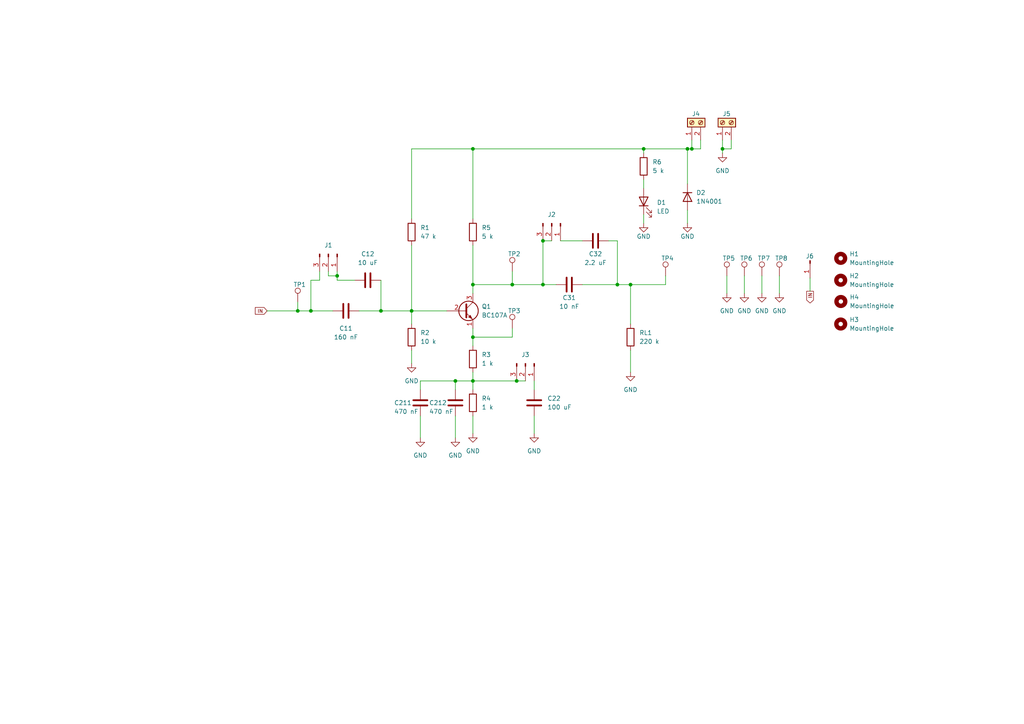
<source format=kicad_sch>
(kicad_sch (version 20230121) (generator eeschema)
  (paper "A4")
  (lib_symbols
    (symbol "Connector:Conn_01x01_Male" (pin_names (offset 1.016) hide)
      (property "Reference" "J" (at 0 2.54 0))
      (property "Value" "Conn_01x01_Male" (at 0 -2.54 0))
      (symbol "Conn_01x01_Male_1_1"
        (polyline (pts (xy 1.27 0) (xy 0.8636 0)) (stroke (width 0.1524)))
        (rectangle (start 0.8636 0.127) (end 0 -0.127) (stroke (width 0.1524)) (fill (type outline)))
        (pin passive line (at 5.08 0 180) (length 3.81) (name "Pin_1") (number "1"))
      )
    )
    (symbol "Connector:Conn_01x03_Male" (pin_names (offset 1.016) hide)
      (property "Reference" "J" (at 0 5.08 0))
      (property "Value" "Conn_01x03_Male" (at 0 -5.08 0))
      (symbol "Conn_01x03_Male_1_1"
        (polyline (pts (xy 1.27 -2.54) (xy 0.8636 -2.54)) (stroke (width 0.1524)))
        (polyline (pts (xy 1.27 0) (xy 0.8636 0)) (stroke (width 0.1524)))
        (polyline (pts (xy 1.27 2.54) (xy 0.8636 2.54)) (stroke (width 0.1524)))
        (rectangle (start 0.8636 -2.413) (end 0 -2.667) (stroke (width 0.1524)) (fill (type outline)))
        (rectangle (start 0.8636 0.127) (end 0 -0.127) (stroke (width 0.1524)) (fill (type outline)))
        (rectangle (start 0.8636 2.667) (end 0 2.413) (stroke (width 0.1524)) (fill (type outline)))
        (pin passive line (at 5.08 2.54 180) (length 3.81) (name "Pin_1") (number "1"))
        (pin passive line (at 5.08 0 180) (length 3.81) (name "Pin_2") (number "2"))
        (pin passive line (at 5.08 -2.54 180) (length 3.81) (name "Pin_3") (number "3"))
      )
    )
    (symbol "Connector:Screw_Terminal_01x02" (pin_names (offset 1.016) hide)
      (property "Reference" "J" (at 0 2.54 0))
      (property "Value" "Screw_Terminal_01x02" (at 0 -5.08 0))
      (symbol "Screw_Terminal_01x02_1_1"
        (rectangle (start -1.27 1.27) (end 1.27 -3.81) (stroke (width 0.254)) (fill (type background)))
        (circle (center 0 -2.54) (radius 0.635) (stroke (width 0.1524)))
        (polyline (pts (xy -0.5334 -2.2098) (xy 0.3302 -3.048)) (stroke (width 0.1524)))
        (polyline (pts (xy -0.5334 0.3302) (xy 0.3302 -0.508)) (stroke (width 0.1524)))
        (polyline (pts (xy -0.3556 -2.032) (xy 0.508 -2.8702)) (stroke (width 0.1524)))
        (polyline (pts (xy -0.3556 0.508) (xy 0.508 -0.3302)) (stroke (width 0.1524)))
        (circle (center 0 0) (radius 0.635) (stroke (width 0.1524)))
        (pin passive line (at -5.08 0 0) (length 3.81) (name "Pin_1") (number "1"))
        (pin passive line (at -5.08 -2.54 0) (length 3.81) (name "Pin_2") (number "2"))
      )
    )
    (symbol "Connector:TestPoint" (pin_numbers hide) (pin_names (offset 0.762) hide)
      (property "Reference" "TP" (at 0 6.858 0))
      (property "Value" "TestPoint" (at 0 5.08 0))
      (symbol "TestPoint_0_1"
        (circle (center 0 3.302) (radius 0.762))
      )
      (symbol "TestPoint_1_1"
        (pin passive line (at 0 0 90) (length 2.54) (name "1") (number "1"))
      )
    )
    (symbol "Device:C" (pin_numbers hide) (pin_names (offset 0.254))
      (property "Reference" "C" (at 0.635 2.54 0))
      (property "Value" "C" (at 0.635 -2.54 0))
      (symbol "C_0_1"
        (polyline (pts (xy -2.032 -0.762) (xy 2.032 -0.762)) (stroke (width 0.508)))
        (polyline (pts (xy -2.032 0.762) (xy 2.032 0.762)) (stroke (width 0.508)))
      )
      (symbol "C_1_1"
        (pin passive line (at 0 3.81 270) (length 2.794) (name "~") (number "1"))
        (pin passive line (at 0 -3.81 90) (length 2.794) (name "~") (number "2"))
      )
    )
    (symbol "Device:D" (pin_numbers hide) (pin_names (offset 1.016) hide)
      (property "Reference" "D" (at 0 2.54 0))
      (property "Value" "D" (at 0 -2.54 0))
      (symbol "D_0_1"
        (polyline (pts (xy -1.27 1.27) (xy -1.27 -1.27)) (stroke (width 0.254)))
        (polyline (pts (xy 1.27 0) (xy -1.27 0)))
        (polyline (pts (xy 1.27 1.27) (xy 1.27 -1.27) (xy -1.27 0) (xy 1.27 1.27)) (stroke (width 0.254)))
      )
      (symbol "D_1_1"
        (pin passive line (at -3.81 0 0) (length 2.54) (name "K") (number "1"))
        (pin passive line (at 3.81 0 180) (length 2.54) (name "A") (number "2"))
      )
    )
    (symbol "Device:LED" (pin_numbers hide) (pin_names (offset 1.016) hide)
      (property "Reference" "D" (at 0 2.54 0))
      (property "Value" "LED" (at 0 -2.54 0))
      (symbol "LED_0_1"
        (polyline (pts (xy -1.27 -1.27) (xy -1.27 1.27)) (stroke (width 0.254)))
        (polyline (pts (xy -1.27 0) (xy 1.27 0)))
        (polyline (pts (xy 1.27 -1.27) (xy 1.27 1.27) (xy -1.27 0) (xy 1.27 -1.27)) (stroke (width 0.254)))
        (polyline (pts (xy -3.048 -0.762) (xy -4.572 -2.286) (xy -3.81 -2.286) (xy -4.572 -2.286) (xy -4.572 -1.524)))
        (polyline (pts (xy -1.778 -0.762) (xy -3.302 -2.286) (xy -2.54 -2.286) (xy -3.302 -2.286) (xy -3.302 -1.524)))
      )
      (symbol "LED_1_1"
        (pin passive line (at -3.81 0 0) (length 2.54) (name "K") (number "1"))
        (pin passive line (at 3.81 0 180) (length 2.54) (name "A") (number "2"))
      )
    )
    (symbol "Device:Q_NPN_EBC" (pin_names (offset 0) hide)
      (property "Reference" "Q" (at 5.08 1.27 0))
      (property "Value" "Q_NPN_EBC" (at 5.08 -1.27 0))
      (symbol "Q_NPN_EBC_0_1"
        (polyline (pts (xy 0.635 0.635) (xy 2.54 2.54)))
        (polyline (pts (xy 0.635 -0.635) (xy 2.54 -2.54) (xy 2.54 -2.54)))
        (polyline (pts (xy 0.635 1.905) (xy 0.635 -1.905) (xy 0.635 -1.905)) (stroke (width 0.508)))
        (polyline (pts (xy 1.27 -1.778) (xy 1.778 -1.27) (xy 2.286 -2.286) (xy 1.27 -1.778) (xy 1.27 -1.778)) (fill (type outline)))
        (circle (center 1.27 0) (radius 2.8194) (stroke (width 0.254)))
      )
      (symbol "Q_NPN_EBC_1_1"
        (pin passive line (at 2.54 -5.08 90) (length 2.54) (name "E") (number "1"))
        (pin passive line (at -5.08 0 0) (length 5.715) (name "B") (number "2"))
        (pin passive line (at 2.54 5.08 270) (length 2.54) (name "C") (number "3"))
      )
    )
    (symbol "Device:R" (pin_numbers hide) (pin_names (offset 0))
      (property "Reference" "R" (at 2.032 0 90))
      (property "Value" "R" (at 0 0 90))
      (symbol "R_0_1"
        (rectangle (start -1.016 -2.54) (end 1.016 2.54) (stroke (width 0.254)))
      )
      (symbol "R_1_1"
        (pin passive line (at 0 3.81 270) (length 1.27) (name "~") (number "1"))
        (pin passive line (at 0 -3.81 90) (length 1.27) (name "~") (number "2"))
      )
    )
    (symbol "Mechanical:MountingHole" (pin_names (offset 1.016))
      (property "Reference" "H" (at 0 5.08 0))
      (property "Value" "MountingHole" (at 0 3.175 0))
      (symbol "MountingHole_0_1"
        (circle (center 0 0) (radius 1.27) (stroke (width 1.27)))
      )
    )
    (symbol "power:GND" (power) (pin_names (offset 0))
      (property "Value" "GND" (at 0 -3.81 0))
      (symbol "GND_0_1"
        (polyline (pts (xy 0 0) (xy 0 -1.27) (xy 1.27 -1.27) (xy 0 -2.54) (xy -1.27 -1.27) (xy 0 -1.27)))
      )
      (symbol "GND_1_1"
        (pin power_in line (at 0 0 270) (length 0) hide (name "GND") (number "1"))
      )
    )
  )
  (junction (at 182.88 82.55))
  (junction (at 157.48 82.55))
  (junction (at 110.49 90.17))
  (junction (at 179.07 82.55))
  (junction (at 137.16 110.49))
  (junction (at 149.86 110.49))
  (junction (at 186.69 43.18))
  (junction (at 200.66 43.18))
  (junction (at 119.38 90.17))
  (junction (at 137.16 97.79))
  (junction (at 157.48 69.85))
  (junction (at 209.55 43.18))
  (junction (at 137.16 82.55))
  (junction (at 97.79 80.01))
  (junction (at 199.39 43.18))
  (junction (at 132.08 110.49))
  (junction (at 86.36 90.17))
  (junction (at 90.17 90.17))
  (junction (at 148.59 82.55))
  (junction (at 137.16 43.18))
  (wire (pts (xy 148.59 95.25) (xy 148.59 97.79)))
  (wire (pts (xy 119.38 101.6) (xy 119.38 105.41)))
  (wire (pts (xy 119.38 43.18) (xy 119.38 63.5)))
  (wire (pts (xy 162.56 69.85) (xy 168.91 69.85)))
  (wire (pts (xy 199.39 43.18) (xy 199.39 53.34)))
  (wire (pts (xy 90.17 90.17) (xy 96.52 90.17)))
  (wire (pts (xy 186.69 62.23) (xy 186.69 64.77)))
  (wire (pts (xy 186.69 43.18) (xy 186.69 44.45)))
  (wire (pts (xy 176.53 69.85) (xy 179.07 69.85)))
  (wire (pts (xy 215.9 80.01) (xy 215.9 85.09)))
  (wire (pts (xy 137.16 95.25) (xy 137.16 97.79)))
  (wire (pts (xy 157.48 82.55) (xy 161.29 82.55)))
  (wire (pts (xy 157.48 69.85) (xy 157.48 82.55)))
  (wire (pts (xy 104.14 90.17) (xy 110.49 90.17)))
  (wire (pts (xy 110.49 90.17) (xy 119.38 90.17)))
  (wire (pts (xy 90.17 81.28) (xy 90.17 90.17)))
  (wire (pts (xy 137.16 82.55) (xy 148.59 82.55)))
  (wire (pts (xy 200.66 43.18) (xy 200.66 40.64)))
  (wire (pts (xy 121.92 120.65) (xy 121.92 127)))
  (wire (pts (xy 97.79 78.74) (xy 97.79 80.01)))
  (wire (pts (xy 137.16 43.18) (xy 137.16 63.5)))
  (wire (pts (xy 86.36 87.63) (xy 86.36 90.17)))
  (wire (pts (xy 121.92 113.03) (xy 121.92 110.49)))
  (wire (pts (xy 137.16 110.49) (xy 137.16 113.03)))
  (wire (pts (xy 95.25 78.74) (xy 95.25 80.01)))
  (wire (pts (xy 193.04 82.55) (xy 182.88 82.55)))
  (wire (pts (xy 148.59 78.74) (xy 148.59 82.55)))
  (wire (pts (xy 149.86 110.49) (xy 152.4 110.49)))
  (wire (pts (xy 137.16 82.55) (xy 137.16 85.09)))
  (wire (pts (xy 154.94 113.03) (xy 154.94 110.49)))
  (wire (pts (xy 86.36 90.17) (xy 90.17 90.17)))
  (wire (pts (xy 121.92 110.49) (xy 132.08 110.49)))
  (wire (pts (xy 77.47 90.17) (xy 86.36 90.17)))
  (wire (pts (xy 186.69 43.18) (xy 199.39 43.18)))
  (wire (pts (xy 137.16 97.79) (xy 137.16 100.33)))
  (wire (pts (xy 137.16 107.95) (xy 137.16 110.49)))
  (wire (pts (xy 220.98 80.01) (xy 220.98 85.09)))
  (wire (pts (xy 95.25 80.01) (xy 97.79 80.01)))
  (wire (pts (xy 132.08 110.49) (xy 137.16 110.49)))
  (wire (pts (xy 110.49 81.28) (xy 110.49 90.17)))
  (wire (pts (xy 186.69 52.07) (xy 186.69 54.61)))
  (wire (pts (xy 137.16 71.12) (xy 137.16 82.55)))
  (wire (pts (xy 210.82 80.01) (xy 210.82 85.09)))
  (wire (pts (xy 193.04 80.01) (xy 193.04 82.55)))
  (wire (pts (xy 119.38 43.18) (xy 137.16 43.18)))
  (wire (pts (xy 234.95 80.645) (xy 234.95 84.455)))
  (wire (pts (xy 137.16 43.18) (xy 186.69 43.18)))
  (wire (pts (xy 119.38 90.17) (xy 119.38 93.98)))
  (wire (pts (xy 182.88 82.55) (xy 182.88 93.98)))
  (wire (pts (xy 119.38 71.12) (xy 119.38 90.17)))
  (wire (pts (xy 132.08 120.65) (xy 132.08 127)))
  (wire (pts (xy 157.48 69.85) (xy 160.02 69.85)))
  (wire (pts (xy 97.79 81.28) (xy 102.87 81.28)))
  (wire (pts (xy 209.55 40.64) (xy 209.55 43.18)))
  (wire (pts (xy 137.16 97.79) (xy 148.59 97.79)))
  (wire (pts (xy 199.39 60.96) (xy 199.39 64.77)))
  (wire (pts (xy 119.38 90.17) (xy 129.54 90.17)))
  (wire (pts (xy 199.39 43.18) (xy 200.66 43.18)))
  (wire (pts (xy 179.07 69.85) (xy 179.07 82.55)))
  (wire (pts (xy 154.94 120.65) (xy 154.94 125.73)))
  (wire (pts (xy 97.79 80.01) (xy 97.79 81.28)))
  (wire (pts (xy 137.16 110.49) (xy 149.86 110.49)))
  (wire (pts (xy 212.09 40.64) (xy 212.09 43.18)))
  (wire (pts (xy 132.08 110.49) (xy 132.08 113.03)))
  (wire (pts (xy 203.2 40.64) (xy 203.2 43.18)))
  (wire (pts (xy 92.71 78.74) (xy 92.71 81.28)))
  (wire (pts (xy 92.71 81.28) (xy 90.17 81.28)))
  (wire (pts (xy 226.06 80.01) (xy 226.06 85.09)))
  (wire (pts (xy 137.16 120.65) (xy 137.16 125.73)))
  (wire (pts (xy 148.59 82.55) (xy 157.48 82.55)))
  (wire (pts (xy 168.91 82.55) (xy 179.07 82.55)))
  (wire (pts (xy 209.55 43.18) (xy 209.55 44.45)))
  (wire (pts (xy 182.88 101.6) (xy 182.88 107.95)))
  (wire (pts (xy 203.2 43.18) (xy 200.66 43.18)))
  (wire (pts (xy 179.07 82.55) (xy 182.88 82.55)))
  (wire (pts (xy 212.09 43.18) (xy 209.55 43.18)))
  (global_label "IN" (shape output) (at 234.95 84.455 270) (effects (font (size 1 1))) (property "Intersheetrefs" "${INTERSHEET_REFS}" (effects hide)))
  (global_label "IN" (shape input) (at 77.47 90.17 180) (effects (font (size 1 1))) (property "Intersheetrefs" "${INTERSHEET_REFS}" (effects hide)))
  (symbol (lib_id "power:GND") (at 209.55 44.45 0) (unit 1)
    (property "Reference" "#PWR08" (effects hide))
    (property "Value" "GND" (at 209.55 49.53 0))
  )
  (symbol (lib_id "Device:Q_NPN_EBC") (at 134.62 90.17 0) (unit 1)
    (property "Reference" "Q1" (at 139.7 88.8999 0) (effects (justify left)))
    (property "Value" "BC107A" (at 139.7 91.4399 0) (effects (justify left)))
    (property "Footprint" "Package_TO_SOT_THT:TO-18-3" (effects hide))
  )
  (symbol (lib_id "Connector:Conn_01x03_Male") (at 95.25 73.66 270) (unit 1)
    (property "Reference" "J1" (at 95.25 71.12 90))
    (property "Value" "Conn_01x03_Male" (effects hide))
    (property "Footprint" "Connector_PinHeader_2.54mm:PinHeader_1x03_P2.54mm_Vertical" (effects hide))
  )
  (symbol (lib_id "Device:C") (at 165.1 82.55 90) (unit 1)
    (property "Reference" "C31" (at 165.1 86.36 90))
    (property "Value" "10 nF" (at 165.1 88.9 90))
    (property "Footprint" "Capacitor_THT:C_Rect_L11.5mm_W9.5mm_P10.00mm_MKT" (effects hide))
  )
  (symbol (lib_id "Device:R") (at 137.16 67.31 0) (unit 1)
    (property "Reference" "R5" (at 139.7 66.0399 0) (effects (justify left)))
    (property "Value" "5 k" (at 139.7 68.5799 0) (effects (justify left)))
    (property "Footprint" "Resistor_THT:R_Axial_DIN0207_L6.3mm_D2.5mm_P10.16mm_Horizontal" (effects hide))
  )
  (symbol (lib_id "power:GND") (at 226.06 85.09 0) (unit 1)
    (property "Reference" "#PWR013" (effects hide))
    (property "Value" "GND" (at 226.06 90.17 0))
  )
  (symbol (lib_id "power:GND") (at 137.16 125.73 0) (unit 1)
    (property "Reference" "#PWR03" (effects hide))
    (property "Value" "GND" (at 137.16 130.81 0))
  )
  (symbol (lib_id "Mechanical:MountingHole") (at 243.84 81.28 0) (unit 1)
    (property "Reference" "H2" (at 246.38 80.0099 0) (effects (justify left)))
    (property "Value" "MountingHole" (at 246.38 82.5499 0) (effects (justify left)))
    (property "Footprint" "MountingHole:MountingHole_3.2mm_M3_ISO7380_Pad_TopBottom" (effects hide))
  )
  (symbol (lib_id "Connector:Conn_01x03_Male") (at 160.02 64.77 270) (unit 1)
    (property "Reference" "J2" (at 160.02 62.23 90))
    (property "Value" "Conn_01x03_Male" (effects hide))
    (property "Footprint" "Connector_PinHeader_2.54mm:PinHeader_1x03_P2.54mm_Vertical" (effects hide))
  )
  (symbol (lib_id "Connector:TestPoint") (at 148.59 95.25 0) (unit 1)
    (property "Reference" "TP3" (at 147.32 90.17 0) (effects (justify left)))
    (property "Value" "TestPoint" (effects hide))
    (property "Footprint" "User_Footprint:Kesytone TP Multipurpose 5013" (effects hide))
  )
  (symbol (lib_id "Device:LED") (at 186.69 58.42 90) (unit 1)
    (property "Reference" "D1" (at 190.5 58.7374 90) (effects (justify right)))
    (property "Value" "LED" (at 190.5 61.2774 90) (effects (justify right)))
    (property "Footprint" "LED_THT:LED_D5.0mm" (effects hide))
  )
  (symbol (lib_id "Device:R") (at 119.38 67.31 0) (unit 1)
    (property "Reference" "R1" (at 121.92 66.0399 0) (effects (justify left)))
    (property "Value" "47 k" (at 121.92 68.5799 0) (effects (justify left)))
    (property "Footprint" "Resistor_THT:R_Axial_DIN0207_L6.3mm_D2.5mm_P10.16mm_Horizontal" (effects hide))
  )
  (symbol (lib_id "Device:R") (at 137.16 104.14 0) (unit 1)
    (property "Reference" "R3" (at 139.7 102.8699 0) (effects (justify left)))
    (property "Value" "1 k" (at 139.7 105.4099 0) (effects (justify left)))
    (property "Footprint" "Resistor_THT:R_Axial_DIN0207_L6.3mm_D2.5mm_P10.16mm_Horizontal" (effects hide))
  )
  (symbol (lib_id "Connector:TestPoint") (at 193.04 80.01 0) (unit 1)
    (property "Reference" "TP4" (at 191.77 74.93 0) (effects (justify left)))
    (property "Value" "TestPoint" (effects hide))
    (property "Footprint" "User_Footprint:Kesytone TP Multipurpose 5013" (effects hide))
  )
  (symbol (lib_id "Device:R") (at 119.38 97.79 0) (unit 1)
    (property "Reference" "R2" (at 121.92 96.5199 0) (effects (justify left)))
    (property "Value" "10 k" (at 121.92 99.0599 0) (effects (justify left)))
    (property "Footprint" "Resistor_THT:R_Axial_DIN0207_L6.3mm_D2.5mm_P10.16mm_Horizontal" (effects hide))
  )
  (symbol (lib_id "power:GND") (at 215.9 85.09 0) (unit 1)
    (property "Reference" "#PWR010" (effects hide))
    (property "Value" "GND" (at 215.9 90.17 0))
  )
  (symbol (lib_id "power:GND") (at 199.39 64.77 0) (unit 1)
    (property "Reference" "#PWR07" (effects hide))
    (property "Value" "GND" (at 199.39 68.58 0))
  )
  (symbol (lib_id "Connector:TestPoint") (at 215.9 80.01 0) (unit 1)
    (property "Reference" "TP6" (at 214.63 74.93 0) (effects (justify left)))
    (property "Value" "TestPoint" (effects hide))
    (property "Footprint" "User_Footprint:TestPoint" (effects hide))
  )
  (symbol (lib_id "Connector:TestPoint") (at 86.36 87.63 0) (unit 1)
    (property "Reference" "TP1" (at 85.09 82.55 0) (effects (justify left)))
    (property "Value" "TestPoint" (effects hide))
    (property "Footprint" "User_Footprint:Kesytone TP Multipurpose 5013" (effects hide))
  )
  (symbol (lib_id "Device:C") (at 106.68 81.28 270) (unit 1)
    (property "Reference" "C12" (at 106.68 73.66 90))
    (property "Value" "10 uF" (at 106.68 76.2 90))
    (property "Footprint" "Capacitor_THT:CP_Radial_D6.3mm_P2.50mm" (effects hide))
  )
  (symbol (lib_id "Connector:Conn_01x03_Male") (at 152.4 105.41 270) (unit 1)
    (property "Reference" "J3" (at 152.4 102.87 90))
    (property "Value" "Conn_01x03_Male" (effects hide))
    (property "Footprint" "Connector_PinHeader_2.54mm:PinHeader_1x03_P2.54mm_Vertical" (effects hide))
  )
  (symbol (lib_id "Connector:TestPoint") (at 210.82 80.01 0) (unit 1)
    (property "Reference" "TP5" (at 209.55 74.93 0) (effects (justify left)))
    (property "Value" "TestPoint" (effects hide))
    (property "Footprint" "User_Footprint:TestPoint" (effects hide))
  )
  (symbol (lib_id "Device:R") (at 137.16 116.84 0) (unit 1)
    (property "Reference" "R4" (at 139.7 115.5699 0) (effects (justify left)))
    (property "Value" "1 k" (at 139.7 118.1099 0) (effects (justify left)))
    (property "Footprint" "Resistor_THT:R_Axial_DIN0207_L6.3mm_D2.5mm_P10.16mm_Horizontal" (effects hide))
  )
  (symbol (lib_id "Device:C") (at 121.92 116.84 0) (unit 1)
    (property "Reference" "C211" (at 114.3 116.84 0) (effects (justify left)))
    (property "Value" "470 nF" (at 114.3 119.38 0) (effects (justify left)))
    (property "Footprint" "Capacitor_THT:C_Rect_L7.2mm_W5.5mm_P5.00mm_FKS2_FKP2_MKS2_MKP2" (effects hide))
  )
  (symbol (lib_id "Mechanical:MountingHole") (at 243.84 93.98 0) (unit 1)
    (property "Reference" "H3" (at 246.38 92.7099 0) (effects (justify left)))
    (property "Value" "MountingHole" (at 246.38 95.2499 0) (effects (justify left)))
    (property "Footprint" "MountingHole:MountingHole_3.2mm_M3_ISO7380_Pad_TopBottom" (effects hide))
  )
  (symbol (lib_id "Connector:Conn_01x01_Male") (at 234.95 75.565 270) (unit 1)
    (property "Reference" "J6" (at 233.68 74.295 90) (effects (justify left)))
    (property "Value" "Conn_01x01_Male" (effects hide))
    (property "Footprint" "User_Footprint:TestPoint" (effects hide))
  )
  (symbol (lib_id "Device:C") (at 172.72 69.85 90) (unit 1)
    (property "Reference" "C32" (at 172.72 73.66 90))
    (property "Value" "2.2 uF" (at 172.72 76.2 90))
    (property "Footprint" "Capacitor_THT:C_Radial_D5.0mm_H11.0mm_P2.00mm" (effects hide))
  )
  (symbol (lib_id "Device:R") (at 182.88 97.79 0) (unit 1)
    (property "Reference" "RL1" (at 185.42 96.5199 0) (effects (justify left)))
    (property "Value" "220 k" (at 185.42 99.0599 0) (effects (justify left)))
    (property "Footprint" "Resistor_THT:R_Axial_DIN0207_L6.3mm_D2.5mm_P10.16mm_Horizontal" (effects hide))
  )
  (symbol (lib_id "power:GND") (at 182.88 107.95 0) (unit 1)
    (property "Reference" "#PWR05" (effects hide))
    (property "Value" "GND" (at 182.88 113.03 0))
  )
  (symbol (lib_id "Device:R") (at 186.69 48.26 0) (unit 1)
    (property "Reference" "R6" (at 189.23 46.9899 0) (effects (justify left)))
    (property "Value" "5 k" (at 189.23 49.5299 0) (effects (justify left)))
    (property "Footprint" "Resistor_THT:R_Axial_DIN0207_L6.3mm_D2.5mm_P10.16mm_Horizontal" (effects hide))
  )
  (symbol (lib_id "power:GND") (at 121.92 127 0) (unit 1)
    (property "Reference" "#PWR02" (effects hide))
    (property "Value" "GND" (at 121.92 132.08 0))
  )
  (symbol (lib_id "Mechanical:MountingHole") (at 243.8844 87.4464 0) (unit 1)
    (property "Reference" "H4" (at 246.4244 86.1763 0) (effects (justify left)))
    (property "Value" "MountingHole" (at 246.4244 88.7163 0) (effects (justify left)))
    (property "Footprint" "MountingHole:MountingHole_3.2mm_M3_ISO7380_Pad_TopBottom" (effects hide))
  )
  (symbol (lib_id "Connector:TestPoint") (at 220.98 80.01 0) (unit 1)
    (property "Reference" "TP7" (at 219.71 74.93 0) (effects (justify left)))
    (property "Value" "TestPoint" (effects hide))
    (property "Footprint" "User_Footprint:TestPoint" (effects hide))
  )
  (symbol (lib_id "Connector:TestPoint") (at 148.59 78.74 0) (unit 1)
    (property "Reference" "TP2" (at 147.32 73.66 0) (effects (justify left)))
    (property "Value" "TestPoint" (effects hide))
    (property "Footprint" "User_Footprint:Kesytone TP Multipurpose 5013" (effects hide))
  )
  (symbol (lib_id "power:GND") (at 154.94 125.73 0) (unit 1)
    (property "Reference" "#PWR04" (effects hide))
    (property "Value" "GND" (at 154.94 130.81 0))
  )
  (symbol (lib_id "Connector:TestPoint") (at 226.06 80.01 0) (unit 1)
    (property "Reference" "TP8" (at 224.79 74.93 0) (effects (justify left)))
    (property "Value" "TestPoint" (effects hide))
    (property "Footprint" "User_Footprint:TestPoint" (effects hide))
  )
  (symbol (lib_id "Connector:Screw_Terminal_01x02") (at 200.66 35.56 90) (unit 1)
    (property "Reference" "J4" (at 200.66 33.02 90) (effects (justify right)))
    (property "Value" "Screw_Terminal_01x02" (effects hide))
    (property "Footprint" "TerminalBlock_Phoenix:TerminalBlock_Phoenix_MKDS-1,5-2_1x02_P5.00mm_Horizontal" (effects hide))
  )
  (symbol (lib_id "Device:D") (at 199.39 57.15 270) (unit 1)
    (property "Reference" "D2" (at 201.93 55.8799 90) (effects (justify left)))
    (property "Value" "1N4001" (at 201.93 58.4199 90) (effects (justify left)))
    (property "Footprint" "Diode_THT:D_DO-41_SOD81_P10.16mm_Horizontal" (effects hide))
  )
  (symbol (lib_id "power:GND") (at 210.82 85.09 0) (unit 1)
    (property "Reference" "#PWR09" (effects hide))
    (property "Value" "GND" (at 210.82 90.17 0))
  )
  (symbol (lib_id "power:GND") (at 186.69 64.77 0) (unit 1)
    (property "Reference" "#PWR06" (effects hide))
    (property "Value" "GND" (at 186.69 68.58 0))
  )
  (symbol (lib_id "Device:C") (at 154.94 116.84 0) (unit 1)
    (property "Reference" "C22" (at 158.75 115.5699 0) (effects (justify left)))
    (property "Value" "100 uF" (at 158.75 118.1099 0) (effects (justify left)))
    (property "Footprint" "Capacitor_THT:CP_Radial_D8.0mm_P3.50mm" (effects hide))
  )
  (symbol (lib_id "Mechanical:MountingHole") (at 243.84 74.93 0) (unit 1)
    (property "Reference" "H1" (at 246.38 73.6599 0) (effects (justify left)))
    (property "Value" "MountingHole" (at 246.38 76.1999 0) (effects (justify left)))
    (property "Footprint" "MountingHole:MountingHole_3.2mm_M3_ISO7380_Pad_TopBottom" (effects hide))
  )
  (symbol (lib_id "Device:C") (at 100.33 90.17 270) (unit 1)
    (property "Reference" "C11" (at 100.33 95.25 90))
    (property "Value" "160 nF" (at 100.33 97.79 90))
    (property "Footprint" "User_Footprint:Cap_160 nF" (effects hide))
  )
  (symbol (lib_id "power:GND") (at 132.08 127 0) (unit 1)
    (property "Reference" "#PWR012" (effects hide))
    (property "Value" "GND" (at 132.08 132.08 0))
  )
  (symbol (lib_id "power:GND") (at 220.98 85.09 0) (unit 1)
    (property "Reference" "#PWR011" (effects hide))
    (property "Value" "GND" (at 220.98 90.17 0))
  )
  (symbol (lib_id "Connector:Screw_Terminal_01x02") (at 209.55 35.56 90) (unit 1)
    (property "Reference" "J5" (at 209.55 33.02 90) (effects (justify right)))
    (property "Value" "Screw_Terminal_01x02" (effects hide))
    (property "Footprint" "TerminalBlock_Phoenix:TerminalBlock_Phoenix_MKDS-1,5-2_1x02_P5.00mm_Horizontal" (effects hide))
  )
  (symbol (lib_id "power:GND") (at 119.38 105.41 0) (unit 1)
    (property "Reference" "#PWR01" (effects hide))
    (property "Value" "GND" (at 119.38 110.49 0))
  )
  (symbol (lib_id "Device:C") (at 132.08 116.84 0) (unit 1)
    (property "Reference" "C212" (at 124.46 116.84 0) (effects (justify left)))
    (property "Value" "470 nF" (at 124.46 119.38 0) (effects (justify left)))
    (property "Footprint" "Capacitor_THT:C_Rect_L7.2mm_W5.5mm_P5.00mm_FKS2_FKP2_MKS2_MKP2" (effects hide))
  )
)
</source>
